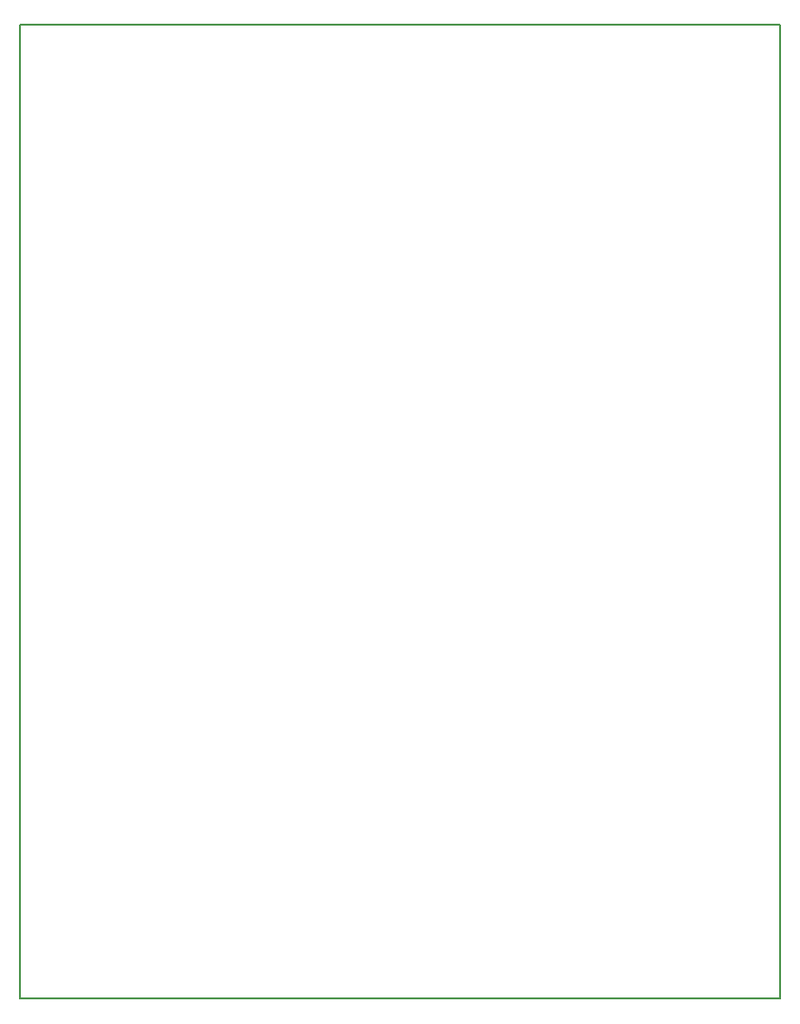
<source format=gm1>
G04 #@! TF.FileFunction,Profile,NP*
%FSLAX46Y46*%
G04 Gerber Fmt 4.6, Leading zero omitted, Abs format (unit mm)*
G04 Created by KiCad (PCBNEW 4.0.6) date 06/26/17 08:49:49*
%MOMM*%
%LPD*%
G01*
G04 APERTURE LIST*
%ADD10C,0.100000*%
%ADD11C,0.150000*%
G04 APERTURE END LIST*
D10*
D11*
X110880000Y-137950000D02*
X110880000Y-51050000D01*
X178680000Y-137950000D02*
X110880000Y-137950000D01*
X178680000Y-137950000D02*
X178680000Y-51050000D01*
X178680000Y-51050000D02*
X178680000Y-137950000D01*
X110880000Y-51050000D02*
X178680000Y-51050000D01*
M02*

</source>
